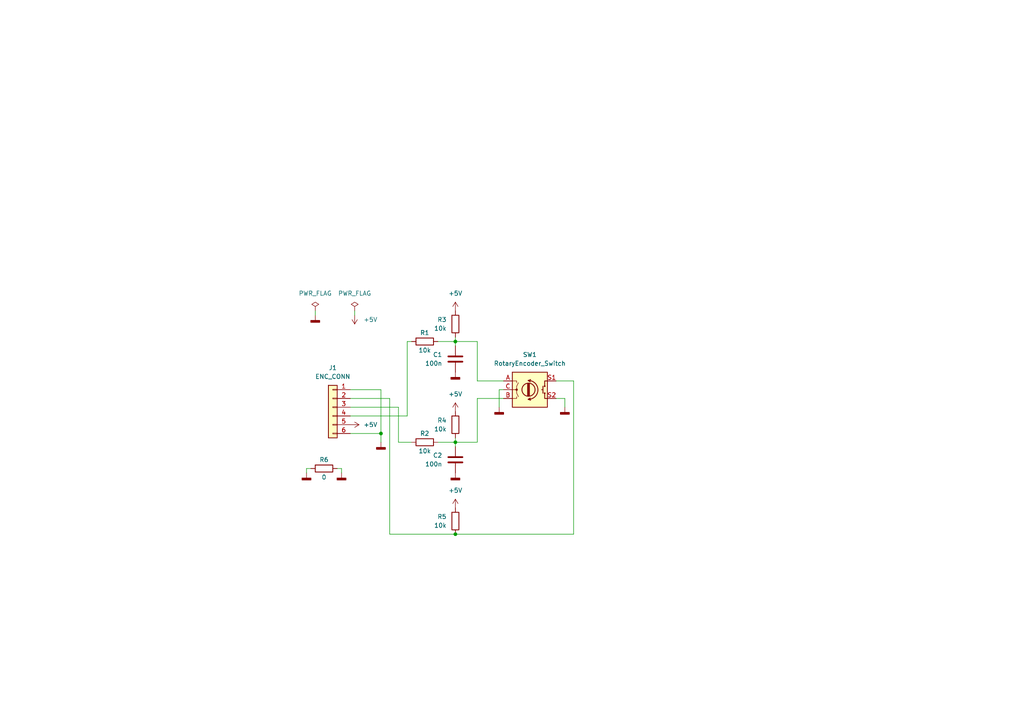
<source format=kicad_sch>
(kicad_sch (version 20211123) (generator eeschema)
  (paper "A4")
  (lib_symbols
    (symbol "Connector_Generic:Conn_01x06" (pin_names (offset 1.016) hide)
      (property "Reference" "J" (at 0 7.62 0))
      (property "Value" "Conn_01x06" (at 0 -10.16 0))
      (symbol "Conn_01x06_1_1"
        (rectangle (start -1.27 -7.493) (end 0 -7.747) (stroke (width 0.1524)))
        (rectangle (start -1.27 -4.953) (end 0 -5.207) (stroke (width 0.1524)))
        (rectangle (start -1.27 -2.413) (end 0 -2.667) (stroke (width 0.1524)))
        (rectangle (start -1.27 0.127) (end 0 -0.127) (stroke (width 0.1524)))
        (rectangle (start -1.27 2.667) (end 0 2.413) (stroke (width 0.1524)))
        (rectangle (start -1.27 5.207) (end 0 4.953) (stroke (width 0.1524)))
        (rectangle (start -1.27 6.35) (end 1.27 -8.89) (stroke (width 0.254)) (fill (type background)))
        (pin passive line (at -5.08 5.08 0) (length 3.81) (name "Pin_1") (number "1"))
        (pin passive line (at -5.08 2.54 0) (length 3.81) (name "Pin_2") (number "2"))
        (pin passive line (at -5.08 0 0) (length 3.81) (name "Pin_3") (number "3"))
        (pin passive line (at -5.08 -2.54 0) (length 3.81) (name "Pin_4") (number "4"))
        (pin passive line (at -5.08 -5.08 0) (length 3.81) (name "Pin_5") (number "5"))
        (pin passive line (at -5.08 -7.62 0) (length 3.81) (name "Pin_6") (number "6"))
      )
    )
    (symbol "Device:C" (pin_numbers hide) (pin_names (offset 0.254))
      (property "Reference" "C" (at 0.635 2.54 0))
      (property "Value" "C" (at 0.635 -2.54 0))
      (symbol "C_0_1"
        (polyline (pts (xy -2.032 -0.762) (xy 2.032 -0.762)) (stroke (width 0.508)))
        (polyline (pts (xy -2.032 0.762) (xy 2.032 0.762)) (stroke (width 0.508)))
      )
      (symbol "C_1_1"
        (pin passive line (at 0 3.81 270) (length 2.794) (name "~") (number "1"))
        (pin passive line (at 0 -3.81 90) (length 2.794) (name "~") (number "2"))
      )
    )
    (symbol "Device:R" (pin_numbers hide) (pin_names (offset 0))
      (property "Reference" "R" (at 2.032 0 90))
      (property "Value" "R" (at 0 0 90))
      (symbol "R_0_1"
        (rectangle (start -1.016 -2.54) (end 1.016 2.54) (stroke (width 0.254)))
      )
      (symbol "R_1_1"
        (pin passive line (at 0 3.81 270) (length 1.27) (name "~") (number "1"))
        (pin passive line (at 0 -3.81 90) (length 1.27) (name "~") (number "2"))
      )
    )
    (symbol "Device:RotaryEncoder_Switch" (pin_names (offset 0.254) hide)
      (property "Reference" "SW" (at 0 6.604 0))
      (property "Value" "RotaryEncoder_Switch" (at 0 -6.604 0))
      (symbol "RotaryEncoder_Switch_0_1"
        (rectangle (start -5.08 5.08) (end 5.08 -5.08) (stroke (width 0.254)) (fill (type background)))
        (circle (center -3.81 0) (radius 0.254) (fill (type outline)))
        (arc (start -0.381 -2.794) (mid 2.3622 -0.0508) (end -0.381 2.667) (stroke (width 0.254)))
        (circle (center -0.381 0) (radius 1.905) (stroke (width 0.254)))
        (polyline (pts (xy -0.635 -1.778) (xy -0.635 1.778)) (stroke (width 0.254)))
        (polyline (pts (xy -0.381 -1.778) (xy -0.381 1.778)) (stroke (width 0.254)))
        (polyline (pts (xy -0.127 1.778) (xy -0.127 -1.778)) (stroke (width 0.254)))
        (polyline (pts (xy 3.81 0) (xy 3.429 0)) (stroke (width 0.254)))
        (polyline (pts (xy 3.81 1.016) (xy 3.81 -1.016)) (stroke (width 0.254)))
        (polyline (pts (xy -5.08 -2.54) (xy -3.81 -2.54) (xy -3.81 -2.032)))
        (polyline (pts (xy -5.08 2.54) (xy -3.81 2.54) (xy -3.81 2.032)))
        (polyline (pts (xy 0.254 -3.048) (xy -0.508 -2.794) (xy 0.127 -2.413)) (stroke (width 0.254)))
        (polyline (pts (xy 0.254 2.921) (xy -0.508 2.667) (xy 0.127 2.286)) (stroke (width 0.254)))
        (polyline (pts (xy 5.08 -2.54) (xy 4.318 -2.54) (xy 4.318 -1.016)) (stroke (width 0.254)))
        (polyline (pts (xy 5.08 2.54) (xy 4.318 2.54) (xy 4.318 1.016)) (stroke (width 0.254)))
        (polyline (pts (xy -5.08 0) (xy -3.81 0) (xy -3.81 -1.016) (xy -3.302 -2.032)))
        (polyline (pts (xy -4.318 0) (xy -3.81 0) (xy -3.81 1.016) (xy -3.302 2.032)))
        (circle (center 4.318 -1.016) (radius 0.127) (stroke (width 0.254)))
        (circle (center 4.318 1.016) (radius 0.127) (stroke (width 0.254)))
      )
      (symbol "RotaryEncoder_Switch_1_1"
        (pin passive line (at -7.62 2.54 0) (length 2.54) (name "A") (number "A"))
        (pin passive line (at -7.62 -2.54 0) (length 2.54) (name "B") (number "B"))
        (pin passive line (at -7.62 0 0) (length 2.54) (name "C") (number "C"))
        (pin passive line (at 7.62 2.54 180) (length 2.54) (name "S1") (number "S1"))
        (pin passive line (at 7.62 -2.54 180) (length 2.54) (name "S2") (number "S2"))
      )
    )
    (symbol "power:+5V" (power) (pin_names (offset 0))
      (property "Value" "+5V" (at 0 3.556 0))
      (symbol "+5V_0_1"
        (polyline (pts (xy -0.762 1.27) (xy 0 2.54)))
        (polyline (pts (xy 0 0) (xy 0 2.54)))
        (polyline (pts (xy 0 2.54) (xy 0.762 1.27)))
      )
      (symbol "+5V_1_1"
        (pin power_in line (at 0 0 90) (length 0) hide (name "+5V") (number "1"))
      )
    )
    (symbol "power:GNDD" (power) (pin_names (offset 0))
      (property "Value" "GNDD" (at 0 -3.175 0))
      (symbol "GNDD_0_1"
        (rectangle (start -1.27 -1.524) (end 1.27 -2.032) (stroke (width 0.254)) (fill (type outline)))
        (polyline (pts (xy 0 0) (xy 0 -1.524)))
      )
      (symbol "GNDD_1_1"
        (pin power_in line (at 0 0 270) (length 0) hide (name "GNDD") (number "1"))
      )
    )
    (symbol "power:PWR_FLAG" (power) (pin_numbers hide) (pin_names (offset 0) hide)
      (property "Value" "PWR_FLAG" (at 0 3.81 0))
      (symbol "PWR_FLAG_0_0"
        (pin power_out line (at 0 0 90) (length 0) (name "pwr") (number "1"))
      )
      (symbol "PWR_FLAG_0_1"
        (polyline (pts (xy 0 0) (xy 0 1.27) (xy -1.016 1.905) (xy 0 2.54) (xy 1.016 1.905) (xy 0 1.27)))
      )
    )
  )
  (junction (at 132.08 154.94))
  (junction (at 132.08 99.06))
  (junction (at 132.08 128.27))
  (junction (at 110.49 125.73))
  (wire (pts (xy 161.29 115.57) (xy 163.83 115.57)))
  (wire (pts (xy 132.08 97.79) (xy 132.08 99.06)))
  (wire (pts (xy 132.08 128.27) (xy 138.43 128.27)))
  (wire (pts (xy 99.06 135.89) (xy 99.06 137.16)))
  (wire (pts (xy 113.03 154.94) (xy 132.08 154.94)))
  (wire (pts (xy 138.43 99.06) (xy 132.08 99.06)))
  (wire (pts (xy 91.44 90.17) (xy 91.44 91.44)))
  (wire (pts (xy 166.37 110.49) (xy 166.37 154.94)))
  (wire (pts (xy 118.11 99.06) (xy 119.38 99.06)))
  (wire (pts (xy 132.08 128.27) (xy 132.08 129.54)))
  (wire (pts (xy 88.9 137.16) (xy 88.9 135.89)))
  (wire (pts (xy 88.9 135.89) (xy 90.17 135.89)))
  (wire (pts (xy 161.29 110.49) (xy 166.37 110.49)))
  (wire (pts (xy 101.6 113.03) (xy 110.49 113.03)))
  (wire (pts (xy 115.57 118.11) (xy 115.57 128.27)))
  (wire (pts (xy 101.6 120.65) (xy 118.11 120.65)))
  (wire (pts (xy 146.05 115.57) (xy 138.43 115.57)))
  (wire (pts (xy 138.43 110.49) (xy 138.43 99.06)))
  (wire (pts (xy 113.03 115.57) (xy 113.03 154.94)))
  (wire (pts (xy 101.6 115.57) (xy 113.03 115.57)))
  (wire (pts (xy 132.08 128.27) (xy 127 128.27)))
  (wire (pts (xy 115.57 118.11) (xy 101.6 118.11)))
  (wire (pts (xy 132.08 99.06) (xy 132.08 100.33)))
  (wire (pts (xy 102.87 90.17) (xy 102.87 91.44)))
  (wire (pts (xy 97.79 135.89) (xy 99.06 135.89)))
  (wire (pts (xy 146.05 113.03) (xy 144.78 113.03)))
  (wire (pts (xy 110.49 113.03) (xy 110.49 125.73)))
  (wire (pts (xy 138.43 115.57) (xy 138.43 128.27)))
  (wire (pts (xy 166.37 154.94) (xy 132.08 154.94)))
  (wire (pts (xy 144.78 113.03) (xy 144.78 118.11)))
  (wire (pts (xy 118.11 99.06) (xy 118.11 120.65)))
  (wire (pts (xy 115.57 128.27) (xy 119.38 128.27)))
  (wire (pts (xy 132.08 127) (xy 132.08 128.27)))
  (wire (pts (xy 146.05 110.49) (xy 138.43 110.49)))
  (wire (pts (xy 132.08 99.06) (xy 127 99.06)))
  (wire (pts (xy 110.49 125.73) (xy 110.49 128.27)))
  (wire (pts (xy 163.83 115.57) (xy 163.83 118.11)))
  (wire (pts (xy 101.6 125.73) (xy 110.49 125.73)))
  (symbol (lib_id "Device:RotaryEncoder_Switch") (at 153.67 113.03 0) (unit 1)
    (property "Reference" "SW1" (at 153.67 102.87 0))
    (property "Value" "RotaryEncoder_Switch" (at 153.67 105.41 0))
    (property "Footprint" "Rotary_Encoder:RotaryEncoder_Alps_EC11E-Switch_Vertical_H20mm" (effects hide))
  )
  (symbol (lib_id "power:GNDD") (at 110.49 128.27 0) (mirror y) (unit 1)
    (property "Reference" "#PWR0101" (effects hide))
    (property "Value" "GNDD" (effects hide))
  )
  (symbol (lib_id "power:GNDD") (at 144.78 118.11 0) (mirror y) (unit 1)
    (property "Reference" "#PWR0103" (effects hide))
    (property "Value" "GNDD" (effects hide))
  )
  (symbol (lib_id "power:+5V") (at 102.87 91.44 180) (unit 1)
    (property "Reference" "#PWR03" (effects hide))
    (property "Value" "+5V" (at 105.41 92.7099 0) (effects (justify right)))
  )
  (symbol (lib_id "power:GNDD") (at 132.08 137.16 0) (mirror y) (unit 1)
    (property "Reference" "#PWR07" (effects hide))
    (property "Value" "GNDD" (effects hide))
  )
  (symbol (lib_id "power:+5V") (at 101.6 123.19 270) (mirror x) (unit 1)
    (property "Reference" "#PWR02" (effects hide))
    (property "Value" "+5V" (at 105.41 123.1899 90) (effects (justify left)))
  )
  (symbol (lib_id "power:PWR_FLAG") (at 91.44 90.17 0) (unit 1)
    (property "Reference" "#FLG01" (effects hide))
    (property "Value" "PWR_FLAG" (at 91.44 85.09 0))
  )
  (symbol (lib_id "power:GNDD") (at 99.06 137.16 0) (mirror y) (unit 1)
    (property "Reference" "#PWR010" (effects hide))
    (property "Value" "GNDD" (effects hide))
  )
  (symbol (lib_id "power:GNDD") (at 88.9 137.16 0) (mirror y) (unit 1)
    (property "Reference" "#PWR09" (effects hide))
    (property "Value" "GNDD" (effects hide))
  )
  (symbol (lib_id "power:GNDD") (at 132.08 107.95 0) (mirror y) (unit 1)
    (property "Reference" "#PWR05" (effects hide))
    (property "Value" "GNDD" (effects hide))
  )
  (symbol (lib_id "Device:R") (at 132.08 93.98 0) (mirror y) (unit 1)
    (property "Reference" "R3" (at 129.54 92.7099 0) (effects (justify left)))
    (property "Value" "10k" (at 129.54 95.2499 0) (effects (justify left)))
    (property "Footprint" "Resistor_SMD:R_0805_2012Metric" (effects hide))
  )
  (symbol (lib_id "Connector_Generic:Conn_01x06") (at 96.52 118.11 0) (mirror y) (unit 1)
    (property "Reference" "J1" (at 96.52 106.68 0))
    (property "Value" "ENC_CONN" (at 96.52 109.22 0))
    (property "Footprint" "Connector_PinHeader_2.54mm:PinHeader_1x06_P2.54mm_Vertical" (effects hide))
  )
  (symbol (lib_id "power:GNDD") (at 91.44 91.44 0) (unit 1)
    (property "Reference" "#PWR01" (effects hide))
    (property "Value" "GNDD" (effects hide))
  )
  (symbol (lib_id "power:GNDD") (at 163.83 118.11 0) (mirror y) (unit 1)
    (property "Reference" "#PWR0102" (effects hide))
    (property "Value" "GNDD" (effects hide))
  )
  (symbol (lib_id "Device:R") (at 123.19 128.27 270) (mirror x) (unit 1)
    (property "Reference" "R2" (at 123.19 125.73 90))
    (property "Value" "10k" (at 123.19 130.81 90))
    (property "Footprint" "Resistor_SMD:R_0805_2012Metric" (effects hide))
  )
  (symbol (lib_id "Device:R") (at 132.08 151.13 0) (mirror y) (unit 1)
    (property "Reference" "R5" (at 129.54 149.8599 0) (effects (justify left)))
    (property "Value" "10k" (at 129.54 152.3999 0) (effects (justify left)))
    (property "Footprint" "Resistor_SMD:R_0805_2012Metric" (effects hide))
  )
  (symbol (lib_id "Device:R") (at 93.98 135.89 270) (mirror x) (unit 1)
    (property "Reference" "R6" (at 93.98 133.35 90))
    (property "Value" "0" (at 93.98 138.43 90))
    (property "Footprint" "Resistor_SMD:R_1206_3216Metric" (effects hide))
  )
  (symbol (lib_id "Device:R") (at 132.08 123.19 0) (mirror y) (unit 1)
    (property "Reference" "R4" (at 129.54 121.9199 0) (effects (justify left)))
    (property "Value" "10k" (at 129.54 124.4599 0) (effects (justify left)))
    (property "Footprint" "Resistor_SMD:R_0805_2012Metric" (effects hide))
  )
  (symbol (lib_id "power:+5V") (at 132.08 90.17 0) (mirror y) (unit 1)
    (property "Reference" "#PWR04" (effects hide))
    (property "Value" "+5V" (at 132.08 85.09 0))
  )
  (symbol (lib_id "Device:R") (at 123.19 99.06 270) (mirror x) (unit 1)
    (property "Reference" "R1" (at 123.19 96.52 90))
    (property "Value" "10k" (at 123.19 101.6 90))
    (property "Footprint" "Resistor_SMD:R_0805_2012Metric" (effects hide))
  )
  (symbol (lib_id "power:+5V") (at 132.08 147.32 0) (mirror y) (unit 1)
    (property "Reference" "#PWR08" (effects hide))
    (property "Value" "+5V" (at 132.08 142.24 0))
  )
  (symbol (lib_id "Device:C") (at 132.08 133.35 0) (mirror y) (unit 1)
    (property "Reference" "C2" (at 128.27 132.0799 0) (effects (justify left)))
    (property "Value" "100n" (at 128.27 134.6199 0) (effects (justify left)))
    (property "Footprint" "Capacitor_SMD:C_0805_2012Metric" (effects hide))
  )
  (symbol (lib_id "power:PWR_FLAG") (at 102.87 90.17 0) (unit 1)
    (property "Reference" "#FLG02" (effects hide))
    (property "Value" "PWR_FLAG" (at 102.87 85.09 0))
  )
  (symbol (lib_id "Device:C") (at 132.08 104.14 0) (mirror y) (unit 1)
    (property "Reference" "C1" (at 128.27 102.8699 0) (effects (justify left)))
    (property "Value" "100n" (at 128.27 105.4099 0) (effects (justify left)))
    (property "Footprint" "Capacitor_SMD:C_0805_2012Metric" (effects hide))
  )
  (symbol (lib_id "power:+5V") (at 132.08 119.38 0) (mirror y) (unit 1)
    (property "Reference" "#PWR06" (effects hide))
    (property "Value" "+5V" (at 132.08 114.3 0))
  )
)
</source>
